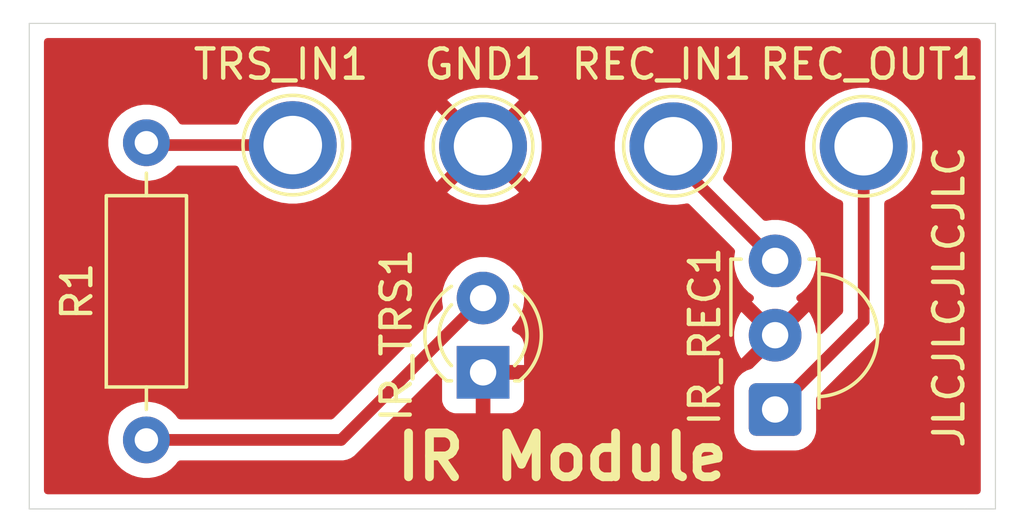
<source format=kicad_pcb>
(kicad_pcb (version 20241229) (generator "pcbnew") (generator_version "9.0")
  (layers (0 "F.Cu" signal "Front") (4 "In1.Cu" signal) (6 "In2.Cu" signal) (2 "B.Cu" signal "Back") (13 "F.Paste" user) (15 "B.Paste" user) (5 "F.SilkS" user "F.Silkscreen") (7 "B.SilkS" user "B.Silkscreen") (1 "F.Mask" user) (3 "B.Mask" user) (25 "Edge.Cuts" user))
  (net 0 "")
  (net 1 "Net-(IR_REC1-Vs)")
  (net 2 "Net-(IR_REC1-OUT)")
  (net 3 "Net-(IR_TRS1-A)")
  (net 4 "Net-(R1-Pad2)")
  (net 5 "GND")
  (footprint "TestPoint:TestPoint_Plated_Hole_D2.0mm" (layer "F.Cu") (at 41 38.96)
    (property "Reference" "TRS_IN1" (at -0.4 -2.76 0) (layer "F.SilkS"))
    (property "Value" "TestPoint_Vs" (hide yes))
    (fp_circle (center 0 0) (end 0 -1.7) (stroke (width 0.12)) (fill no) (layer "F.SilkS"))
    (pad "1" thru_hole circle (at 0 0) (size 3 3) (drill 2) (layers "*.Cu" "*.Mask") (net 4 "Net-(R1-Pad2)"))
  )
  (footprint "Resistor_THT:R_Axial_DIN0207_L6.3mm_D2.5mm_P10.16mm_Horizontal" (layer "F.Cu") (at 36 49.04 90)
    (property "Reference" "R1" (at 5.08 -2.37 90) (layer "F.SilkS"))
    (property "Value" "100Ω")
    (fp_line (start 9.12 0) (end 8.35 0) (stroke (width 0.12)) (layer "F.SilkS"))
    (fp_line (start 1.04 0) (end 1.81 0) (stroke (width 0.12)) (layer "F.SilkS"))
    (fp_rect (start 1.81 -1.37) (end 8.35 1.37) (stroke (width 0.12)) (fill no) (layer "F.SilkS"))
    (pad "1" thru_hole circle (at 0 0 90) (size 1.6 1.6) (drill 0.8) (layers "*.Cu" "*.Mask") (net 3 "Net-(IR_TRS1-A)"))
    (pad "2" thru_hole circle (at 10.16 0 90) (size 1.6 1.6) (drill 0.8) (layers "*.Cu" "*.Mask") (net 4 "Net-(R1-Pad2)"))
  )
  (footprint "OptoDevice:Vishay_MINICAST-3Pin" (layer "F.Cu") (at 57.475 48 90)
    (property "Reference" "IR_REC1" (at 2.5 -2.4 90) (layer "F.SilkS"))
    (property "Value" "TSOP382xx")
    (fp_line (start 5.14 -1.51) (end 2.54 -1.51) (stroke (width 0.12)) (layer "F.SilkS"))
    (fp_line (start 5.14 -1.16) (end 5.14 -1.51) (stroke (width 0.12)) (layer "F.SilkS"))
    (fp_line (start 5.14 1.16) (end 5.14 1.5) (stroke (width 0.12)) (layer "F.SilkS"))
    (fp_line (start 5.14 1.5) (end 0.05 1.5) (stroke (width 0.12)) (layer "F.SilkS"))
    (fp_arc (start 4.64 1.5) (mid 2.540869 3.502379) (end 0.440083 1.501736) (stroke (width 0.12)) (layer "F.SilkS"))
    (pad "1" thru_hole roundrect (at 0 0 90) (size 1.8 1.8) (drill 0.9) (layers "*.Cu" "*.Mask") (roundrect_rratio 0.139) (net 2 "Net-(IR_REC1-OUT)"))
    (pad "2" thru_hole circle (at 2.54 0 90) (size 1.8 1.8) (drill 0.9) (layers "*.Cu" "*.Mask") (net 5 "GND"))
    (pad "3" thru_hole circle (at 5.08 0 90) (size 1.8 1.8) (drill 0.9) (layers "*.Cu" "*.Mask") (net 1 "Net-(IR_REC1-Vs)"))
  )
  (footprint "TestPoint:TestPoint_Plated_Hole_D2.0mm" (layer "F.Cu") (at 54 39)
    (property "Reference" "REC_IN1" (at -0.4 -2.8 0) (layer "F.SilkS"))
    (property "Value" "TestPoint_Vs" (hide yes))
    (fp_circle (center 0 0) (end 0 -1.7) (stroke (width 0.12)) (fill no) (layer "F.SilkS"))
    (pad "1" thru_hole circle (at 0 0) (size 3 3) (drill 2) (layers "*.Cu" "*.Mask") (net 1 "Net-(IR_REC1-Vs)"))
  )
  (footprint "TestPoint:TestPoint_Plated_Hole_D2.0mm" (layer "F.Cu") (at 47.5 39)
    (property "Reference" "GND1" (at 0 -2.8 0) (layer "F.SilkS"))
    (property "Value" "TestPoint" (hide yes))
    (fp_circle (center 0 0) (end 0 -1.7) (stroke (width 0.12)) (fill no) (layer "F.SilkS"))
    (pad "1" thru_hole circle (at 0 0) (size 3 3) (drill 2) (layers "*.Cu" "*.Mask") (net 5 "GND"))
  )
  (footprint "TestPoint:TestPoint_Plated_Hole_D2.0mm" (layer "F.Cu") (at 60.5 39)
    (property "Reference" "REC_OUT1" (at 0.2 -2.8 0) (layer "F.SilkS"))
    (property "Value" "TestPoint_OUT" (hide yes))
    (fp_circle (center 0 0) (end 0 -1.7) (stroke (width 0.12)) (fill no) (layer "F.SilkS"))
    (pad "1" thru_hole circle (at 0 0) (size 3 3) (drill 2) (layers "*.Cu" "*.Mask") (net 2 "Net-(IR_REC1-OUT)"))
  )
  (footprint "LED_THT:LED_D3.0mm_IRBlack" (layer "F.Cu") (at 47.5 46.73 90)
    (property "Reference" "IR_TRS1" (at 1.27 -2.96 90) (layer "F.SilkS"))
    (property "Value" "TSAL4400")
    (fp_line (start -0.29 -1.236) (end -0.29 -1.08) (stroke (width 0.12)) (layer "F.SilkS"))
    (fp_line (start -0.29 1.08) (end -0.29 1.236) (stroke (width 0.12)) (layer "F.SilkS"))
    (fp_arc (start -0.29 -1.235516) (mid 1.36566 -1.987699) (end 2.941437 -1.08) (stroke (width 0.12)) (layer "F.SilkS"))
    (fp_arc (start 0.229039 -1.08) (mid 1.27 -1.5) (end 2.310961 -1.08) (stroke (width 0.12)) (layer "F.SilkS"))
    (fp_arc (start 2.941437 1.08) (mid 1.36566 1.987699) (end -0.29 1.235516) (stroke (width 0.12)) (layer "F.SilkS"))
    (fp_arc (start 2.310961 1.08) (mid 1.27 1.5) (end 0.229039 1.08) (stroke (width 0.12)) (layer "F.SilkS"))
    (pad "1" thru_hole rect (at 0 0 90) (size 1.8 1.8) (drill 0.9) (layers "*.Cu" "*.Mask") (net 5 "GND"))
    (pad "2" thru_hole circle (at 2.54 0 90) (size 1.8 1.8) (drill 0.9) (layers "*.Cu" "*.Mask") (net 3 "Net-(IR_TRS1-A)"))
  )
  (gr_line (start 65 51.4) (end 65 34.8) (stroke (width 0.0381)) (layer "Edge.Cuts"))
  (gr_line (start 32 34.8) (end 32 51.4) (stroke (width 0.0381)) (layer "Edge.Cuts"))
  (gr_line (start 32 51.4) (end 64 51.4) (stroke (width 0.0381)) (layer "Edge.Cuts"))
  (gr_line (start 65 34.8) (end 32 34.8) (stroke (width 0.0381)) (layer "Edge.Cuts"))
  (gr_line (start 64 51.4) (end 65 51.4) (stroke (width 0.0381)) (layer "Edge.Cuts"))
  (gr_text "IR Module" (at 44.4 50.5 0) (layer "F.SilkS") (effects (font (size 1.5 1.5) (thickness 0.3) (bold yes)) (justify left bottom)))
  (gr_text "JLCJLCJLCJLC" (at 64 49.4 90) (layer "F.SilkS") (effects (font (size 1 1) (thickness 0.1524) (bold yes)) (justify left bottom)))
  (segment (start 54 39.445) (end 54 39) (width 0.4) (layer "F.Cu") (net 1))
  (segment (start 57.475 42.92) (end 54 39.445) (width 0.4) (layer "F.Cu") (net 1))
  (segment (start 60.5 44.975) (end 60.5 39) (width 0.4) (layer "F.Cu") (net 2))
  (segment (start 57.475 48) (end 60.5 44.975) (width 0.4) (layer "F.Cu") (net 2))
  (segment (start 36 49.04) (end 42.65 49.04) (width 0.4) (layer "F.Cu") (net 3))
  (segment (start 42.65 49.04) (end 47.5 44.19) (width 0.4) (layer "F.Cu") (net 3))
  (segment (start 41 38.96) (end 36.08 38.96) (width 0.4) (layer "F.Cu") (net 4))
  (segment (start 36.08 38.96) (end 36 38.88) (width 0.4) (layer "F.Cu") (net 4))
  (zone (net 5) (net_name "GND") (layer "F.Cu") (connect_pads (clearance 0.5)) (min_thickness 0.25) (fill yes (thermal_gap 0.5) (thermal_bridge_width 0.5))
    (polygon (pts (xy 31 34) (xy 31 52) (xy 66 52) (xy 66 34)))
  )
)
</source>
